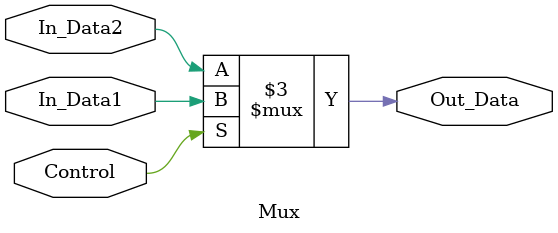
<source format=v>
module Mux 
#
(
 parameter Size_Data = 0  
)
(
   input Control,
	input [Size_Data:0] In_Data1,
	input [Size_Data:0] In_Data2,
	output reg [Size_Data:0] Out_Data
);
always @(*)
begin
Out_Data = (Control==1)? In_Data1:In_Data2;
end
endmodule 
</source>
